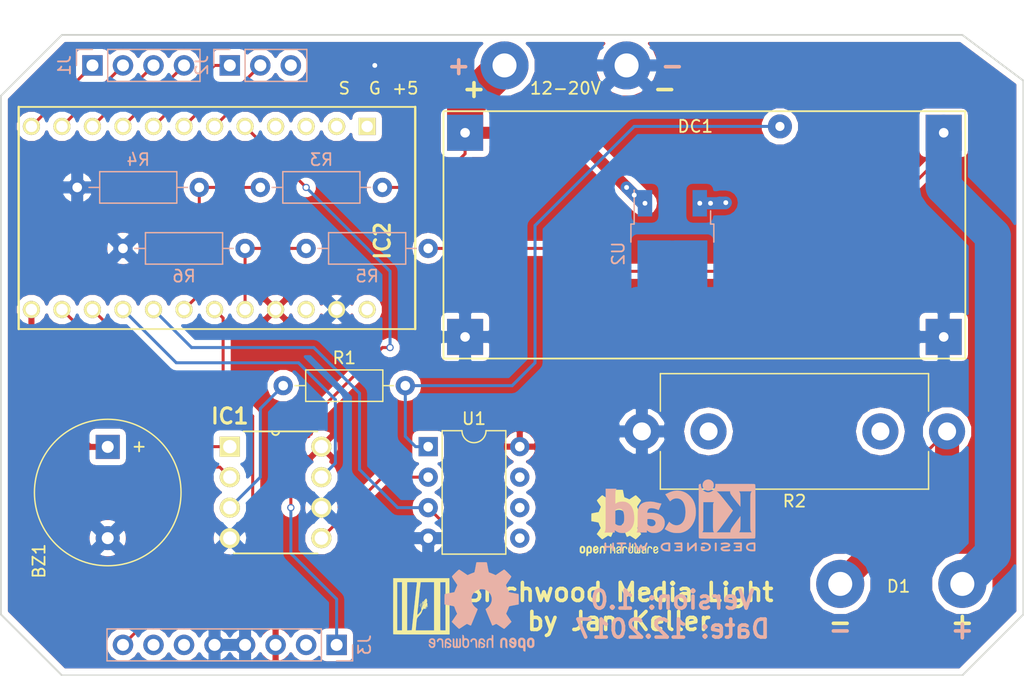
<source format=kicad_pcb>
(kicad_pcb (version 4) (host pcbnew 4.0.7)
  (layers (0 F.Cu signal) (31 B.Cu signal) (34 B.Paste user) (35 F.Paste user) (36 B.SilkS user) (37 F.SilkS user) (38 B.Mask user) (39 F.Mask user) (44 Edge.Cuts user))
  (net 0 "")
  (net 1 +BATT)
  (net 2 GND)
  (net 3 "Net-(BZ1-Pad1)")
  (net 4 "Net-(D1-Pad1)")
  (net 5 "Net-(D1-Pad2)")
  (net 6 "Net-(DC1-Pad3)")
  (net 7 "Net-(IC1-Pad1)")
  (net 8 "Net-(IC1-Pad2)")
  (net 9 "Net-(IC1-Pad5)")
  (net 10 "Net-(IC1-Pad7)")
  (net 11 +5V)
  (net 12 "Net-(IC2-Pad1)")
  (net 13 "Net-(IC2-Pad2)")
  (net 14 "Net-(IC2-Pad3)")
  (net 15 "Net-(IC2-Pad4)")
  (net 16 "Net-(IC2-Pad5)")
  (net 17 "Net-(IC2-Pad6)")
  (net 18 "Net-(IC2-Pad7)")
  (net 19 "Net-(IC2-Pad8)")
  (net 20 "Net-(IC2-Pad9)")
  (net 21 "Net-(IC2-Pad10)")
  (net 22 "Net-(IC2-Pad11)")
  (net 23 "Net-(IC2-Pad12)")
  (net 24 "Net-(IC2-Pad18)")
  (net 25 "Net-(IC2-Pad19)")
  (net 26 VS)
  (net 27 "Net-(IC2-Pad22)")
  (net 28 "Net-(IC2-Pad24)")
  (net 29 "Net-(J3-Pad2)")
  (net 30 "Net-(J3-Pad6)")
  (net 31 "Net-(J3-Pad7)")
  (net 32 "Net-(R2-Pad2)")
  (net 33 "Net-(R2-Pad3)")
  (net 34 "Net-(J2-Pad3)")
  (net 35 "Net-(IC1-Pad3)")
  (module Resistors_ThroughHole:R_Axial_Shunt_L22.2mm_W9.5mm_PS14.30mm_P25.40mm (layer F.Cu) (at 172.72 97.79 180)
    (fp_text reference R2 (at 12.7 -5.81 180) (layer F.SilkS))
    (fp_text value 0.39)
    (pad 1 thru_hole circle (at 0 0 180) (size 3 3) (drill 1.5) (layers *.Cu *.Mask) (net 4 "Net-(D1-Pad1)"))
    (pad 2 thru_hole oval (at 5.55 0 180) (size 3 3) (drill 1.5) (layers *.Cu *.Mask) (net 32 "Net-(R2-Pad2)"))
    (pad 3 thru_hole oval (at 19.85 0 180) (size 3 3) (drill 1.5) (layers *.Cu *.Mask) (net 33 "Net-(R2-Pad3)"))
    (pad 4 thru_hole oval (at 25.4 0 180) (size 3 3) (drill 1.5) (layers *.Cu *.Mask) (net 2 GND))
  )
  (module Wire_Connections_Bridges:WireConnection_2.00mmDrill (layer F.Cu) (at 135.89 67.31)
    (fp_text reference 12-20V (at 5.08 1.905) (layer F.SilkS))
    (fp_text value "3-4S LiPo")
    (pad 1 thru_hole circle (at 0 0) (size 4.0005 4.0005) (drill 1.99898) (layers *.Cu *.Mask) (net 1 +BATT))
    (pad 2 thru_hole circle (at 10.16 0) (size 4.0005 4.0005) (drill 1.99898) (layers *.Cu *.Mask) (net 2 GND))
  )
  (module Buzzers_Beepers:Buzzer_12x9.5RM7.6 (layer F.Cu) (at 102.87 99.08 270)
    (fp_text reference BZ1 (at 9.505 5.715 270) (layer F.SilkS))
    (fp_text value Buzzer)
    (fp_text user + (at -0.01 -2.54 270) (layer F.SilkS))
    (pad 1 thru_hole rect (at 0 0 270) (size 2 2) (drill 1) (layers *.Cu *.Mask) (net 3 "Net-(BZ1-Pad1)"))
    (pad 2 thru_hole circle (at 7.6 0 270) (size 2 2) (drill 1) (layers *.Cu *.Mask) (net 2 GND))
  )
  (module Wire_Connections_Bridges:WireConnection_2.00mmDrill (layer F.Cu) (at 163.83 110.49)
    (fp_text reference D1 (at 4.8514 0.2032) (layer F.SilkS))
    (fp_text value LED)
    (pad 1 thru_hole circle (at 0 0) (size 4.0005 4.0005) (drill 1.99898) (layers *.Cu *.Mask) (net 4 "Net-(D1-Pad1)"))
    (pad 2 thru_hole circle (at 10.16 0) (size 4.0005 4.0005) (drill 1.99898) (layers *.Cu *.Mask) (net 5 "Net-(D1-Pad2)"))
  )
  (module DC-DC:ChinaLM2596S-Module (layer F.Cu) (at 130.81 71.12)
    (fp_text reference DC1 (at 20.955 1.27) (layer F.SilkS))
    (fp_text value DC-DC)
    (pad 1 thru_hole rect (at 1.8 1.8) (size 3 3) (drill 0.8) (layers *.Cu *.Mask) (net 1 +BATT))
    (pad 3 thru_hole circle (at 28 1.27) (size 2 2) (drill 0.762) (layers *.Cu *.Mask) (net 6 "Net-(DC1-Pad3)"))
    (pad 5 thru_hole rect (at 41.63 1.8) (size 3 3) (drill 0.8) (layers *.Cu *.Mask) (net 5 "Net-(D1-Pad2)"))
    (pad 2 thru_hole rect (at 1.8 18.8) (size 3 3) (drill 0.8) (layers *.Cu *.Mask) (net 2 GND))
    (pad 4 thru_hole rect (at 41.63 18.8) (size 3 3) (drill 0.8) (layers *.Cu *.Mask) (net 2 GND))
  )
  (module X9C103P:DIP254P762X533-8 (layer F.Cu) (at 120.65 106.68)
    (fp_text reference IC1 (at -7.62 -10.16) (layer F.SilkS) (effects (font (size 1.27 1.27) (thickness 0.254))))
    (fp_text value X9C103P hide)
    (pad 1 thru_hole rect (at -7.62 -7.62 90) (size 1.6764 1.6764) (drill 1.1176) (layers *.Cu *.Mask F.SilkS) (net 7 "Net-(IC1-Pad1)"))
    (pad 2 thru_hole circle (at -7.62 -5.08 90) (size 1.6764 1.6764) (drill 1.1176) (layers *.Cu *.Mask F.SilkS) (net 8 "Net-(IC1-Pad2)"))
    (pad 3 thru_hole circle (at -7.62 -2.54 90) (size 1.6764 1.6764) (drill 1.1176) (layers *.Cu *.Mask F.SilkS) (net 35 "Net-(IC1-Pad3)"))
    (pad 4 thru_hole circle (at -7.62 0 90) (size 1.6764 1.6764) (drill 1.1176) (layers *.Cu *.Mask F.SilkS) (net 2 GND))
    (pad 5 thru_hole circle (at 0 0 90) (size 1.6764 1.6764) (drill 1.1176) (layers *.Cu *.Mask F.SilkS) (net 9 "Net-(IC1-Pad5)"))
    (pad 6 thru_hole circle (at 0 -2.54 90) (size 1.6764 1.6764) (drill 1.1176) (layers *.Cu *.Mask F.SilkS) (net 2 GND))
    (pad 7 thru_hole circle (at 0 -5.08 90) (size 1.6764 1.6764) (drill 1.1176) (layers *.Cu *.Mask F.SilkS) (net 10 "Net-(IC1-Pad7)"))
    (pad 8 thru_hole circle (at 0 -7.62 90) (size 1.6764 1.6764) (drill 1.1176) (layers *.Cu *.Mask F.SilkS) (net 11 +5V))
  )
  (module Socket_Strips:Socket_Strip_Straight_1x04_Pitch2.54mm (layer B.Cu) (at 101.6 67.31 270)
    (fp_text reference J1 (at 0 2.33 270) (layer B.SilkS) (effects (justify mirror)))
    (fp_text value Conn_01x04)
    (pad 1 thru_hole rect (at 0 0 270) (size 1.7 1.7) (drill 1) (layers *.Cu *.Mask) (net 23 "Net-(IC2-Pad12)"))
    (pad 2 thru_hole oval (at 0 -2.54 270) (size 1.7 1.7) (drill 1) (layers *.Cu *.Mask) (net 22 "Net-(IC2-Pad11)"))
    (pad 3 thru_hole oval (at 0 -5.08 270) (size 1.7 1.7) (drill 1) (layers *.Cu *.Mask) (net 21 "Net-(IC2-Pad10)"))
    (pad 4 thru_hole oval (at 0 -7.62 270) (size 1.7 1.7) (drill 1) (layers *.Cu *.Mask) (net 20 "Net-(IC2-Pad9)"))
  )
  (module Socket_Strips:Socket_Strip_Straight_1x03_Pitch2.54mm (layer B.Cu) (at 113.03 67.31 270)
    (fp_text reference J2 (at 0 2.33 270) (layer B.SilkS) (effects (justify mirror)))
    (fp_text value Conn_01x03)
    (pad 1 thru_hole rect (at 0 0 270) (size 1.7 1.7) (drill 1) (layers *.Cu *.Mask) (net 19 "Net-(IC2-Pad8)"))
    (pad 2 thru_hole oval (at 0 -2.54 270) (size 1.7 1.7) (drill 1) (layers *.Cu *.Mask) (net 18 "Net-(IC2-Pad7)"))
    (pad 3 thru_hole oval (at 0 -5.08 270) (size 1.7 1.7) (drill 1) (layers *.Cu *.Mask) (net 34 "Net-(J2-Pad3)"))
  )
  (module Socket_Strips:Socket_Strip_Straight_1x08_Pitch2.54mm (layer B.Cu) (at 121.92 115.57 90)
    (fp_text reference J3 (at 0 2.33 90) (layer B.SilkS) (effects (justify mirror)))
    (fp_text value Conn_01x06)
    (pad 1 thru_hole rect (at 0 0 90) (size 1.7 1.7) (drill 1) (layers *.Cu *.Mask) (net 16 "Net-(IC2-Pad5)"))
    (pad 2 thru_hole oval (at 0 -2.54 90) (size 1.7 1.7) (drill 1) (layers *.Cu *.Mask) (net 29 "Net-(J3-Pad2)"))
    (pad 3 thru_hole oval (at 0 -5.08 90) (size 1.7 1.7) (drill 1) (layers *.Cu *.Mask) (net 11 +5V))
    (pad 4 thru_hole oval (at 0 -7.62 90) (size 1.7 1.7) (drill 1) (layers *.Cu *.Mask) (net 2 GND))
    (pad 5 thru_hole oval (at 0 -10.16 90) (size 1.7 1.7) (drill 1) (layers *.Cu *.Mask) (net 2 GND))
    (pad 6 thru_hole oval (at 0 -12.7 90) (size 1.7 1.7) (drill 1) (layers *.Cu *.Mask) (net 30 "Net-(J3-Pad6)"))
    (pad 7 thru_hole oval (at 0 -15.24 90) (size 1.7 1.7) (drill 1) (layers *.Cu *.Mask) (net 31 "Net-(J3-Pad7)"))
    (pad 8 thru_hole oval (at 0 -17.78 90) (size 1.7 1.7) (drill 1) (layers *.Cu *.Mask) (net 25 "Net-(IC2-Pad19)"))
  )
  (module Resistors_ThroughHole:R_Axial_DIN0207_L6.3mm_D2.5mm_P10.16mm_Horizontal (layer F.Cu) (at 117.475 93.98)
    (fp_text reference R1 (at 5.08 -2.31) (layer F.SilkS))
    (fp_text value 20K)
    (pad 1 thru_hole circle (at 0 0) (size 1.6 1.6) (drill 0.8) (layers *.Cu *.Mask) (net 35 "Net-(IC1-Pad3)"))
    (pad 2 thru_hole oval (at 10.16 0) (size 1.6 1.6) (drill 0.8) (layers *.Cu *.Mask) (net 6 "Net-(DC1-Pad3)"))
  )
  (module Resistors_ThroughHole:R_Axial_DIN0207_L6.3mm_D2.5mm_P10.16mm_Horizontal (layer B.Cu) (at 125.73 77.47 180)
    (fp_text reference R3 (at 5.08 2.31 180) (layer B.SilkS) (effects (justify mirror)))
    (fp_text value 15K)
    (pad 1 thru_hole circle (at 0 0 180) (size 1.6 1.6) (drill 0.8) (layers *.Cu *.Mask) (net 1 +BATT))
    (pad 2 thru_hole oval (at 10.16 0 180) (size 1.6 1.6) (drill 0.8) (layers *.Cu *.Mask) (net 24 "Net-(IC2-Pad18)"))
  )
  (module Resistors_ThroughHole:R_Axial_DIN0207_L6.3mm_D2.5mm_P10.16mm_Horizontal (layer B.Cu) (at 110.49 77.47 180)
    (fp_text reference R4 (at 5.08 2.31 180) (layer B.SilkS) (effects (justify mirror)))
    (fp_text value 4.7K)
    (pad 1 thru_hole circle (at 0 0 180) (size 1.6 1.6) (drill 0.8) (layers *.Cu *.Mask) (net 24 "Net-(IC2-Pad18)"))
    (pad 2 thru_hole oval (at 10.16 0 180) (size 1.6 1.6) (drill 0.8) (layers *.Cu *.Mask) (net 2 GND))
  )
  (module Resistors_ThroughHole:R_Axial_DIN0207_L6.3mm_D2.5mm_P10.16mm_Horizontal (layer B.Cu) (at 119.38 82.55)
    (fp_text reference R5 (at 5.08 2.31) (layer B.SilkS) (effects (justify mirror)))
    (fp_text value 15K)
    (pad 1 thru_hole circle (at 0 0) (size 1.6 1.6) (drill 0.8) (layers *.Cu *.Mask) (net 26 VS))
    (pad 2 thru_hole oval (at 10.16 0) (size 1.6 1.6) (drill 0.8) (layers *.Cu *.Mask) (net 5 "Net-(D1-Pad2)"))
  )
  (module Resistors_ThroughHole:R_Axial_DIN0207_L6.3mm_D2.5mm_P10.16mm_Horizontal (layer B.Cu) (at 104.14 82.55)
    (fp_text reference R6 (at 5.08 2.31) (layer B.SilkS) (effects (justify mirror)))
    (fp_text value 4.7K)
    (pad 1 thru_hole circle (at 0 0) (size 1.6 1.6) (drill 0.8) (layers *.Cu *.Mask) (net 2 GND))
    (pad 2 thru_hole oval (at 10.16 0) (size 1.6 1.6) (drill 0.8) (layers *.Cu *.Mask) (net 26 VS))
  )
  (module Housings_DIP:DIP-8_W7.62mm (layer F.Cu) (at 129.54 99.06)
    (fp_text reference U1 (at 3.81 -2.33) (layer F.SilkS))
    (fp_text value LM358)
    (pad 1 thru_hole rect (at 0 0) (size 1.6 1.6) (drill 0.8) (layers *.Cu *.Mask) (net 6 "Net-(DC1-Pad3)"))
    (pad 5 thru_hole oval (at 7.62 7.62) (size 1.6 1.6) (drill 0.8) (layers *.Cu *.Mask))
    (pad 2 thru_hole oval (at 0 2.54) (size 1.6 1.6) (drill 0.8) (layers *.Cu *.Mask) (net 9 "Net-(IC1-Pad5)"))
    (pad 6 thru_hole oval (at 7.62 5.08) (size 1.6 1.6) (drill 0.8) (layers *.Cu *.Mask))
    (pad 3 thru_hole oval (at 0 5.08) (size 1.6 1.6) (drill 0.8) (layers *.Cu *.Mask) (net 4 "Net-(D1-Pad1)"))
    (pad 7 thru_hole oval (at 7.62 2.54) (size 1.6 1.6) (drill 0.8) (layers *.Cu *.Mask))
    (pad 4 thru_hole oval (at 0 7.62) (size 1.6 1.6) (drill 0.8) (layers *.Cu *.Mask) (net 2 GND))
    (pad 8 thru_hole oval (at 7.62 0) (size 1.6 1.6) (drill 0.8) (layers *.Cu *.Mask) (net 11 +5V))
  )
  (module TO_SOT_Packages_SMD:TO-252-2 (layer B.Cu) (at 149.86 82.99 270)
    (fp_text reference U2 (at 0 4.5 270) (layer B.SilkS) (effects (justify mirror)))
    (fp_text value MC78M05_TO252)
    (pad 1 smd rect (at -4.2 2.28 270) (size 2.2 1.2) (layers B.Cu B.Paste B.Mask) (net 1 +BATT))
    (pad 3 smd rect (at -4.2 -2.28 270) (size 2.2 1.2) (layers B.Cu B.Paste B.Mask) (net 11 +5V))
    (pad 2 smd rect (at 2.1 0 270) (size 6.4 5.8) (layers B.Cu B.Mask) (net 2 GND))
    (pad 2 smd rect (at 3.775 -1.525 270) (size 3.05 2.75) (layers B.Cu B.Paste) (net 2 GND))
    (pad 2 smd rect (at 0.425 1.525 270) (size 3.05 2.75) (layers B.Cu B.Paste) (net 2 GND))
    (pad 2 smd rect (at 3.775 1.525 270) (size 3.05 2.75) (layers B.Cu B.Paste) (net 2 GND))
    (pad 2 smd rect (at 0.425 -1.525 270) (size 3.05 2.75) (layers B.Cu B.Paste) (net 2 GND))
  )
  (module DC-DC:ProMini (layer F.Cu) (at 124.46 72.39 270)
    (fp_text reference IC2 (at 9.525 -1.27 270) (layer F.SilkS) (effects (font (size 1.27 1.27) (thickness 0.254))))
    (fp_text value "Pro Mini" hide)
    (pad 1 thru_hole rect (at 0 0) (size 1.425 1.425) (drill 0.95) (layers *.Cu *.Mask F.SilkS) (net 12 "Net-(IC2-Pad1)"))
    (pad 2 thru_hole circle (at 0 2.54) (size 1.425 1.425) (drill 0.95) (layers *.Cu *.Mask F.SilkS) (net 13 "Net-(IC2-Pad2)"))
    (pad 3 thru_hole circle (at 0 5.08) (size 1.425 1.425) (drill 0.95) (layers *.Cu *.Mask F.SilkS) (net 14 "Net-(IC2-Pad3)"))
    (pad 4 thru_hole circle (at 0 7.62) (size 1.425 1.425) (drill 0.95) (layers *.Cu *.Mask F.SilkS) (net 15 "Net-(IC2-Pad4)"))
    (pad 5 thru_hole circle (at 0 10.16) (size 1.425 1.425) (drill 0.95) (layers *.Cu *.Mask F.SilkS) (net 16 "Net-(IC2-Pad5)"))
    (pad 6 thru_hole circle (at 0 12.7) (size 1.425 1.425) (drill 0.95) (layers *.Cu *.Mask F.SilkS) (net 17 "Net-(IC2-Pad6)"))
    (pad 7 thru_hole circle (at 0 15.24) (size 1.425 1.425) (drill 0.95) (layers *.Cu *.Mask F.SilkS) (net 18 "Net-(IC2-Pad7)"))
    (pad 8 thru_hole circle (at 0 17.78) (size 1.425 1.425) (drill 0.95) (layers *.Cu *.Mask F.SilkS) (net 19 "Net-(IC2-Pad8)"))
    (pad 9 thru_hole circle (at 0 20.32) (size 1.425 1.425) (drill 0.95) (layers *.Cu *.Mask F.SilkS) (net 20 "Net-(IC2-Pad9)"))
    (pad 10 thru_hole circle (at 0 22.86) (size 1.425 1.425) (drill 0.95) (layers *.Cu *.Mask F.SilkS) (net 21 "Net-(IC2-Pad10)"))
    (pad 11 thru_hole circle (at 0 25.4) (size 1.425 1.425) (drill 0.95) (layers *.Cu *.Mask F.SilkS) (net 22 "Net-(IC2-Pad11)"))
    (pad 12 thru_hole circle (at 0 27.94) (size 1.425 1.425) (drill 0.95) (layers *.Cu *.Mask F.SilkS) (net 23 "Net-(IC2-Pad12)"))
    (pad 13 thru_hole circle (at 15.25 27.94) (size 1.425 1.425) (drill 0.95) (layers *.Cu *.Mask F.SilkS) (net 3 "Net-(BZ1-Pad1)"))
    (pad 14 thru_hole circle (at 15.25 25.4) (size 1.425 1.425) (drill 0.95) (layers *.Cu *.Mask F.SilkS) (net 8 "Net-(IC1-Pad2)"))
    (pad 15 thru_hole circle (at 15.25 22.86) (size 1.425 1.425) (drill 0.95) (layers *.Cu *.Mask F.SilkS) (net 7 "Net-(IC1-Pad1)"))
    (pad 16 thru_hole circle (at 15.25 20.32) (size 1.425 1.425) (drill 0.95) (layers *.Cu *.Mask F.SilkS) (net 10 "Net-(IC1-Pad7)"))
    (pad 17 thru_hole circle (at 15.25 17.78) (size 1.425 1.425) (drill 0.95) (layers *.Cu *.Mask F.SilkS) (net 4 "Net-(D1-Pad1)"))
    (pad 18 thru_hole circle (at 15.25 15.24) (size 1.425 1.425) (drill 0.95) (layers *.Cu *.Mask F.SilkS) (net 24 "Net-(IC2-Pad18)"))
    (pad 19 thru_hole circle (at 15.25 12.7) (size 1.425 1.425) (drill 0.95) (layers *.Cu *.Mask F.SilkS) (net 25 "Net-(IC2-Pad19)"))
    (pad 20 thru_hole circle (at 15.25 10.16) (size 1.425 1.425) (drill 0.95) (layers *.Cu *.Mask F.SilkS) (net 26 VS))
    (pad 21 thru_hole circle (at 15.25 7.62) (size 1.425 1.425) (drill 0.95) (layers *.Cu *.Mask F.SilkS) (net 11 +5V))
    (pad 22 thru_hole circle (at 15.25 5.08) (size 1.425 1.425) (drill 0.95) (layers *.Cu *.Mask F.SilkS) (net 27 "Net-(IC2-Pad22)"))
    (pad 23 thru_hole circle (at 15.25 2.54) (size 1.425 1.425) (drill 0.95) (layers *.Cu *.Mask F.SilkS) (net 2 GND))
    (pad 24 thru_hole circle (at 15.25 0) (size 1.425 1.425) (drill 0.95) (layers *.Cu *.Mask F.SilkS) (net 28 "Net-(IC2-Pad24)"))
  )
  (module Measurement_Points:Measurement_Point_Square-SMD-Pad_Small (layer F.Cu) (at 122.555 67.31)
    (fp_text reference S (at 0 1.905) (layer F.SilkS))
    (fp_text value "")
    (pad 1 smd rect (at 0 0) (size 1.5 1.5) (layers F.Cu F.Mask) (net 17 "Net-(IC2-Pad6)"))
  )
  (module Measurement_Points:Measurement_Point_Square-SMD-Pad_Small (layer F.Cu) (at 125.095 67.31)
    (fp_text reference G (at 0 1.905) (layer F.SilkS))
    (fp_text value "")
    (pad 1 smd rect (at 0 0) (size 1.5 1.5) (layers F.Cu F.Mask) (net 2 GND))
  )
  (module Measurement_Points:Measurement_Point_Square-SMD-Pad_Small (layer F.Cu) (at 127.635 67.31)
    (fp_text reference +5 (at 0 1.905) (layer F.SilkS))
    (fp_text value "")
    (pad 1 smd rect (at 0 0) (size 1.5 1.5) (layers F.Cu F.Mask) (net 11 +5V))
  )
  (module Symbols:KiCad-Logo2_6mm_SilkScreen (layer B.Cu) (at 150.495 104.775 180)
    (fp_text reference REF*** hide)
    (fp_text value KiCad-Logo2_6mm_SilkScreen hide)
  )
  (module Symbols:OSHW-Logo2_9.8x8mm_SilkScreen (layer B.Cu) (at 133.985 112.395 180)
    (fp_text reference REF*** hide)
    (fp_text value OSHW-Logo2_9.8x8mm_SilkScreen hide)
  )
  (module Symbols:OSHW-Logo2_7.3x6mm_SilkScreen (layer F.Cu) (at 145.415 105.41)
    (fp_text reference REF*** hide)
    (fp_text value OSHW-Logo2_7.3x6mm_SilkScreen hide)
  )
  (module Logos:birchwood2 (layer F.Cu) (at 128.905 112.395)
    (fp_text reference G*** hide)
    (fp_text value LOGO hide)
  )
  (gr_text + (at 173.99 114.3) (layer B.SilkS) (effects (font (size 1.5 1.5) (thickness 0.3)) (justify mirror)))
  (gr_text - (at 163.83 114.3) (layer B.SilkS) (effects (font (size 1.5 1.5) (thickness 0.3)) (justify mirror)))
  (gr_text - (at 149.86 67.31) (layer B.SilkS) (effects (font (size 1.5 1.5) (thickness 0.3)) (justify mirror)))
  (gr_text + (at 132.08 67.31) (layer B.SilkS) (effects (font (size 1.5 1.5) (thickness 0.3)) (justify mirror)))
  (gr_text - (at 149.225 69.215) (layer F.SilkS) (effects (font (size 1.5 1.5) (thickness 0.3))))
  (gr_text + (at 133.35 69.215) (layer F.SilkS) (effects (font (size 1.5 1.5) (thickness 0.3))))
  (gr_text - (at 163.83 113.665) (layer F.SilkS) (effects (font (size 1.5 1.5) (thickness 0.3))))
  (gr_text + (at 173.99 113.665) (layer F.SilkS) (effects (font (size 1.5 1.5) (thickness 0.3))))
  (gr_text "Version: 1.0\nDate: 12.2017" (at 149.86 113.03) (layer B.SilkS) (effects (font (size 1.5 1.5) (thickness 0.3)) (justify mirror)))
  (gr_text "Birchwood Media Light\nby Jan Keller" (at 145.415 112.395) (layer F.SilkS) (effects (font (size 1.5 1.5) (thickness 0.3))))
  (gr_line (start 173.99 64.77) (end 179.07 68.58) (layer Edge.Cuts) (width 0.15))
  (gr_line (start 173.99 118.11) (end 179.07 113.03) (layer Edge.Cuts) (width 0.15))
  (gr_line (start 93.98 113.03) (end 99.06 118.11) (layer Edge.Cuts) (width 0.15))
  (gr_line (start 99.06 64.77) (end 93.98 69.85) (layer Edge.Cuts) (width 0.15))
  (gr_line (start 174 64.77) (end 99.06 64.77) (angle 90) (layer Edge.Cuts) (width 0.15))
  (gr_line (start 179.07 113.03) (end 179.07 68.58) (angle 90) (layer Edge.Cuts) (width 0.15))
  (gr_line (start 99.06 118.11) (end 174 118.11) (angle 90) (layer Edge.Cuts) (width 0.15))
  (gr_line (start 93.98 69.85) (end 93.98 113.03) (angle 90) (layer Edge.Cuts) (width 0.15))
  (segment (start 125.73 77.47) (end 129.81 77.47) (width 0.25) (layer F.Cu) (net 1))
  (segment (start 129.81 77.47) (end 132.61 74.67) (width 0.25) (layer F.Cu) (net 1))
  (segment (start 132.61 74.67) (end 132.61 72.92) (width 0.25) (layer F.Cu) (net 1))
  (segment (start 147.58 78.79) (end 147.37 78.79) (width 1) (layer B.Cu) (net 1))
  (segment (start 147.37 78.79) (end 146.05 77.47) (width 1) (layer B.Cu) (net 1))
  (segment (start 146.685 78.105) (end 146.05 77.47) (width 1) (layer F.Cu) (net 1))
  (segment (start 147.37 78.79) (end 146.685 78.105) (width 1) (layer F.Cu) (net 1))
  (via (at 146.685 78.105) (size 0.6) (drill 0.4) (layers F.Cu B.Cu) (net 1))
  (segment (start 147.58 78.79) (end 147.37 78.79) (width 1) (layer F.Cu) (net 1))
  (segment (start 141.5 72.92) (end 146.05 77.47) (width 1) (layer F.Cu) (net 1))
  (via (at 146.05 77.47) (size 0.6) (drill 0.4) (layers F.Cu B.Cu) (net 1))
  (via (at 147.58 78.79) (size 0.6) (drill 0.4) (layers F.Cu B.Cu) (net 1))
  (segment (start 147.32 78.53) (end 147.58 78.79) (width 1) (layer B.Cu) (net 1))
  (segment (start 132.61 72.92) (end 141.5 72.92) (width 1) (layer F.Cu) (net 1))
  (segment (start 135.89 67.31) (end 132.61 70.59) (width 3) (layer F.Cu) (net 1))
  (segment (start 132.61 70.59) (end 132.61 72.92) (width 3) (layer F.Cu) (net 1))
  (via (at 125.095 67.31) (size 0.6) (drill 0.4) (layers F.Cu B.Cu) (net 2))
  (segment (start 154.535 86.765) (end 154.13 86.36) (width 2) (layer B.Cu) (net 2))
  (segment (start 146.915 86.765) (end 154.535 86.765) (width 2) (layer B.Cu) (net 2))
  (segment (start 153.035 88.9) (end 153.035 86.995) (width 2) (layer B.Cu) (net 2))
  (segment (start 147.32 88.9) (end 153.035 88.9) (width 2) (layer B.Cu) (net 2))
  (segment (start 146.05 87.63) (end 147.32 88.9) (width 2) (layer B.Cu) (net 2))
  (segment (start 146.915 86.765) (end 146.05 87.63) (width 2) (layer B.Cu) (net 2))
  (segment (start 148.335 86.765) (end 146.915 86.765) (width 2) (layer B.Cu) (net 2))
  (segment (start 143.22122 67.31) (end 142.24 67.31) (width 1) (layer B.Cu) (net 2))
  (segment (start 146.05 67.31) (end 143.22122 67.31) (width 1) (layer B.Cu) (net 2))
  (segment (start 149.86 67.31) (end 146.05 67.31) (width 1) (layer B.Cu) (net 2))
  (segment (start 119.811801 103.301801) (end 120.65 104.14) (width 0.25) (layer B.Cu) (net 2))
  (segment (start 116.675001 100.165001) (end 119.811801 103.301801) (width 0.25) (layer B.Cu) (net 2))
  (segment (start 102.87 99.08) (end 101.37 99.08) (width 0.5) (layer F.Cu) (net 3))
  (segment (start 101.37 99.08) (end 96.52 94.23) (width 0.5) (layer F.Cu) (net 3))
  (segment (start 96.52 94.23) (end 96.52 88.647627) (width 0.5) (layer F.Cu) (net 3))
  (segment (start 96.52 88.647627) (end 96.52 87.64) (width 0.5) (layer F.Cu) (net 3))
  (segment (start 139.7 109.22) (end 134.62 109.22) (width 0.25) (layer F.Cu) (net 4))
  (segment (start 134.62 109.22) (end 129.54 104.14) (width 0.25) (layer F.Cu) (net 4))
  (segment (start 142.875 106.045) (end 139.7 109.22) (width 0.25) (layer F.Cu) (net 4))
  (segment (start 164.465 106.045) (end 142.875 106.045) (width 0.25) (layer F.Cu) (net 4))
  (segment (start 172.72 97.79) (end 164.465 106.045) (width 0.25) (layer F.Cu) (net 4))
  (segment (start 120.015 90.805) (end 109.845 90.805) (width 0.25) (layer B.Cu) (net 4))
  (segment (start 109.845 90.805) (end 106.68 87.64) (width 0.25) (layer B.Cu) (net 4))
  (segment (start 123.825 94.615) (end 120.015 90.805) (width 0.25) (layer B.Cu) (net 4))
  (segment (start 123.825 100.965) (end 123.825 94.615) (width 0.25) (layer B.Cu) (net 4))
  (segment (start 127 104.14) (end 123.825 100.965) (width 0.25) (layer B.Cu) (net 4))
  (segment (start 129.54 104.14) (end 127 104.14) (width 0.25) (layer B.Cu) (net 4))
  (segment (start 172.72 97.79) (end 172.72 101.6) (width 2) (layer F.Cu) (net 4))
  (segment (start 172.72 101.6) (end 163.83 110.49) (width 2) (layer F.Cu) (net 4))
  (segment (start 176.53 81.51) (end 176.53 107.95) (width 3) (layer B.Cu) (net 5))
  (segment (start 176.53 107.95) (end 173.99 110.49) (width 3) (layer B.Cu) (net 5))
  (segment (start 172.44 72.92) (end 172.44 77.42) (width 3) (layer B.Cu) (net 5))
  (segment (start 172.44 77.42) (end 176.53 81.51) (width 3) (layer B.Cu) (net 5))
  (segment (start 129.54 82.55) (end 142.875 82.55) (width 0.25) (layer F.Cu) (net 5))
  (segment (start 142.875 82.55) (end 144.78 84.455) (width 0.25) (layer F.Cu) (net 5))
  (segment (start 144.78 84.455) (end 162.655 84.455) (width 0.25) (layer F.Cu) (net 5))
  (segment (start 162.655 84.455) (end 172.44 74.67) (width 0.25) (layer F.Cu) (net 5))
  (segment (start 172.44 74.67) (end 172.44 72.92) (width 0.25) (layer F.Cu) (net 5))
  (segment (start 129.54 99.06) (end 128.49 99.06) (width 0.25) (layer B.Cu) (net 6))
  (segment (start 128.49 99.06) (end 127.635 98.205) (width 0.25) (layer B.Cu) (net 6))
  (segment (start 127.635 98.205) (end 127.635 95.11137) (width 0.25) (layer B.Cu) (net 6))
  (segment (start 158.81 72.39) (end 146.685 72.39) (width 0.25) (layer B.Cu) (net 6))
  (segment (start 146.685 72.39) (end 138.43 80.645) (width 0.25) (layer B.Cu) (net 6))
  (segment (start 138.43 80.645) (end 138.43 92.075) (width 0.25) (layer B.Cu) (net 6))
  (segment (start 138.43 92.075) (end 136.525 93.98) (width 0.25) (layer B.Cu) (net 6))
  (segment (start 127.635 95.11137) (end 127.635 93.98) (width 0.25) (layer B.Cu) (net 6))
  (segment (start 136.525 93.98) (end 127.635 93.98) (width 0.25) (layer B.Cu) (net 6))
  (segment (start 110.49 98.425) (end 110.49 96.53) (width 0.25) (layer F.Cu) (net 7))
  (segment (start 110.49 96.53) (end 101.6 87.64) (width 0.25) (layer F.Cu) (net 7))
  (segment (start 111.125 99.06) (end 110.49 98.425) (width 0.25) (layer F.Cu) (net 7))
  (segment (start 113.03 99.06) (end 111.125 99.06) (width 0.25) (layer F.Cu) (net 7))
  (segment (start 113.02 99.06) (end 113.03 99.06) (width 0.25) (layer F.Cu) (net 7))
  (segment (start 109.22 97.79) (end 107.95 96.52) (width 0.25) (layer F.Cu) (net 8))
  (segment (start 109.22 99.06) (end 109.22 97.79) (width 0.25) (layer F.Cu) (net 8))
  (segment (start 110.921801 100.761801) (end 109.22 99.06) (width 0.25) (layer F.Cu) (net 8))
  (segment (start 113.03 101.6) (end 112.191801 100.761801) (width 0.25) (layer F.Cu) (net 8))
  (segment (start 112.191801 100.761801) (end 110.921801 100.761801) (width 0.25) (layer F.Cu) (net 8))
  (segment (start 99.06 87.64) (end 107.95 96.53) (width 0.25) (layer F.Cu) (net 8))
  (segment (start 120.65 106.68) (end 125.73 101.6) (width 0.25) (layer F.Cu) (net 9))
  (segment (start 125.73 101.6) (end 129.54 101.6) (width 0.25) (layer F.Cu) (net 9))
  (segment (start 118.745 92.075) (end 108.575 92.075) (width 0.25) (layer B.Cu) (net 10))
  (segment (start 108.575 92.075) (end 104.14 87.64) (width 0.25) (layer B.Cu) (net 10))
  (segment (start 121.813201 95.143201) (end 118.745 92.075) (width 0.25) (layer B.Cu) (net 10))
  (segment (start 120.65 101.6) (end 121.813201 100.436799) (width 0.25) (layer B.Cu) (net 10))
  (segment (start 121.813201 100.436799) (end 121.813201 95.143201) (width 0.25) (layer B.Cu) (net 10))
  (segment (start 152.14 78.79) (end 154.255 78.79) (width 1) (layer B.Cu) (net 11))
  (segment (start 154.255 78.79) (end 154.305 78.74) (width 1) (layer B.Cu) (net 11))
  (via (at 152.14 78.79) (size 0.6) (drill 0.4) (layers F.Cu B.Cu) (net 11))
  (segment (start 153.035 78.79) (end 153.74 78.79) (width 1) (layer B.Cu) (net 11))
  (segment (start 152.14 78.79) (end 153.035 78.79) (width 1) (layer B.Cu) (net 11))
  (via (at 153.035 78.79) (size 0.6) (drill 0.4) (layers F.Cu B.Cu) (net 11))
  (via (at 154.305 78.74) (size 0.6) (drill 0.4) (layers F.Cu B.Cu) (net 11))
  (segment (start 153.79 78.74) (end 154.305 78.74) (width 1) (layer B.Cu) (net 11))
  (segment (start 153.74 78.79) (end 153.79 78.74) (width 1) (layer B.Cu) (net 11))
  (segment (start 119.38 77.47) (end 114.3 72.39) (width 0.25) (layer F.Cu) (net 16))
  (via (at 119.38 77.47) (size 0.6) (drill 0.4) (layers F.Cu B.Cu) (net 16))
  (segment (start 126.365 84.455) (end 119.38 77.47) (width 0.25) (layer B.Cu) (net 16))
  (segment (start 126.365 90.805) (end 126.365 84.455) (width 0.25) (layer B.Cu) (net 16))
  (segment (start 125.73 90.805) (end 126.365 90.805) (width 0.25) (layer F.Cu) (net 16))
  (via (at 126.365 90.805) (size 0.6) (drill 0.4) (layers F.Cu B.Cu) (net 16))
  (segment (start 118.11 98.425) (end 125.73 90.805) (width 0.25) (layer F.Cu) (net 16))
  (segment (start 118.11 104.14) (end 118.11 98.425) (width 0.25) (layer F.Cu) (net 16))
  (segment (start 118.11 107.95) (end 118.11 104.14) (width 0.25) (layer B.Cu) (net 16))
  (via (at 118.11 104.14) (size 0.6) (drill 0.4) (layers F.Cu B.Cu) (net 16))
  (segment (start 121.92 111.76) (end 118.11 107.95) (width 0.25) (layer B.Cu) (net 16))
  (segment (start 121.92 115.57) (end 121.92 111.76) (width 0.25) (layer B.Cu) (net 16))
  (segment (start 122.555 67.945) (end 122.555 66.675) (width 0.25) (layer F.Cu) (net 17))
  (segment (start 120.65 69.85) (end 122.555 67.945) (width 0.25) (layer F.Cu) (net 17))
  (segment (start 111.76 72.39) (end 114.3 69.85) (width 0.25) (layer F.Cu) (net 17))
  (segment (start 114.3 69.85) (end 120.65 69.85) (width 0.25) (layer F.Cu) (net 17))
  (segment (start 111.76 69.85) (end 113.03 69.85) (width 0.25) (layer F.Cu) (net 18))
  (segment (start 113.03 69.85) (end 115.57 67.31) (width 0.25) (layer F.Cu) (net 18))
  (segment (start 109.22 72.39) (end 111.76 69.85) (width 0.25) (layer F.Cu) (net 18))
  (segment (start 106.68 72.39) (end 111.76 67.31) (width 0.25) (layer F.Cu) (net 19))
  (segment (start 111.76 67.31) (end 113.03 67.31) (width 0.25) (layer F.Cu) (net 19))
  (segment (start 104.14 72.39) (end 109.22 67.31) (width 0.25) (layer F.Cu) (net 20))
  (segment (start 101.6 72.39) (end 106.68 67.31) (width 0.25) (layer F.Cu) (net 21))
  (segment (start 99.06 72.39) (end 104.14 67.31) (width 0.25) (layer F.Cu) (net 22))
  (segment (start 96.52 72.39) (end 101.6 67.31) (width 0.25) (layer F.Cu) (net 23))
  (segment (start 110.49 77.47) (end 110.49 86.37) (width 0.25) (layer F.Cu) (net 24))
  (segment (start 110.49 86.37) (end 109.22 87.64) (width 0.25) (layer F.Cu) (net 24))
  (segment (start 115.57 77.47) (end 110.49 77.47) (width 0.25) (layer F.Cu) (net 24))
  (segment (start 109.855 112.395) (end 107.315 112.395) (width 0.25) (layer F.Cu) (net 25))
  (segment (start 107.315 112.395) (end 104.14 115.57) (width 0.25) (layer F.Cu) (net 25))
  (segment (start 114.935 107.315) (end 109.855 112.395) (width 0.25) (layer F.Cu) (net 25))
  (segment (start 114.935 96.52) (end 114.935 107.315) (width 0.25) (layer F.Cu) (net 25))
  (segment (start 112.472499 94.057499) (end 114.935 96.52) (width 0.25) (layer F.Cu) (net 25))
  (segment (start 111.76 87.64) (end 112.472499 88.352499) (width 0.25) (layer F.Cu) (net 25))
  (segment (start 112.472499 88.352499) (end 112.472499 94.057499) (width 0.25) (layer F.Cu) (net 25))
  (segment (start 114.3 87.64) (end 114.3 82.55) (width 0.25) (layer F.Cu) (net 26))
  (segment (start 119.38 82.55) (end 118.24863 82.55) (width 0.25) (layer F.Cu) (net 26))
  (segment (start 118.24863 82.55) (end 114.3 82.55) (width 0.25) (layer F.Cu) (net 26))
  (segment (start 115.57 95.885) (end 115.57 101.6) (width 0.25) (layer B.Cu) (net 35))
  (segment (start 115.57 101.6) (end 113.03 104.14) (width 0.25) (layer B.Cu) (net 35))
  (segment (start 117.475 93.98) (end 115.57 95.885) (width 0.25) (layer B.Cu) (net 35))
  (zone (net 2) (net_name GND) (layer B.Cu) (connect_pads (clearance 0.508)) (min_thickness 0.254) (fill yes (arc_segments 16) (thermal_gap 0.508) (thermal_bridge_width 1))
    (polygon (pts (xy 93.98 64.77) (xy 179.07 64.77) (xy 179.07 118.11) (xy 93.98 118.11)))
  )
  (zone (net 11) (net_name +5V) (layer F.Cu) (connect_pads (clearance 0.508)) (min_thickness 0.254) (fill yes (arc_segments 16) (thermal_gap 0.508) (thermal_bridge_width 0.508))
    (polygon (pts (xy 93.98 64.77) (xy 179.07 64.77) (xy 179.07 118.11) (xy 93.98 118.11)))
  )
)
</source>
